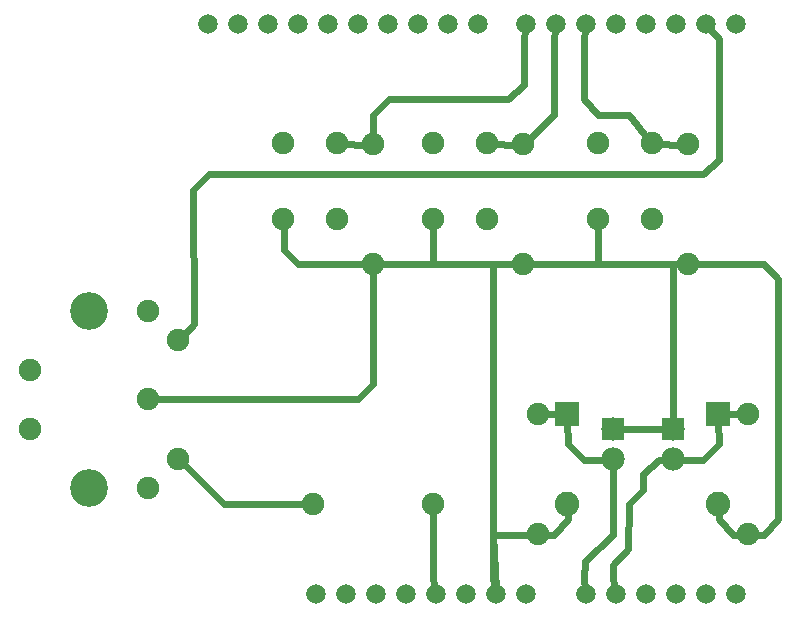
<source format=gbl>
G04 MADE WITH FRITZING*
G04 WWW.FRITZING.ORG*
G04 DOUBLE SIDED*
G04 HOLES PLATED*
G04 CONTOUR ON CENTER OF CONTOUR VECTOR*
%FSLAX26Y26*%
%MOIN*%
%ADD10C,0.065278*%
%ADD11C,0.078000*%
%ADD12C,0.075000*%
%ADD13C,0.082000*%
%ADD14C,0.126000*%
%ADD15R,0.078000X0.078000*%
%ADD16R,0.082000X0.082000*%
%ADD17C,0.024000*%
G04 COPPER0*
%FSLAX26Y26*%
%MOIN*%
D10*
X2108180Y104040D03*
X2208160Y104040D03*
X2308200Y104040D03*
X2408190Y104040D03*
X2508190Y104040D03*
X1648160Y2004040D03*
X1548190Y2004040D03*
X1448180Y2004040D03*
X1348180Y2004040D03*
X1248180Y2004040D03*
X1148180Y2004040D03*
X1048180Y2004040D03*
X948173Y2004040D03*
X848173Y2004040D03*
X748159Y2004040D03*
X2508190Y2004040D03*
X2408190Y2004040D03*
X2308200Y2004040D03*
X2208160Y2004040D03*
X2108180Y2004040D03*
X2008190Y2004040D03*
X1908190Y2004040D03*
X1808180Y2004040D03*
X1208180Y104040D03*
X1108180Y104040D03*
X1308180Y104040D03*
X1408190Y104040D03*
X1508190Y104040D03*
X1608180Y104040D03*
X1708160Y104040D03*
X1808180Y104040D03*
X2008190Y104040D03*
D11*
X2098170Y654040D03*
X2098170Y554040D03*
X2298170Y654040D03*
X2298170Y554040D03*
D12*
X2348170Y1604040D03*
X2348170Y1204040D03*
X1798170Y1604040D03*
X1798170Y1204040D03*
X1298170Y1604040D03*
X1298170Y1204040D03*
X1848170Y704040D03*
X1848170Y304040D03*
X2548170Y704040D03*
X2548170Y304040D03*
D13*
X1942800Y704200D03*
X1942800Y406200D03*
X2448170Y704040D03*
X2448170Y406040D03*
D12*
X1175340Y1609952D03*
X1175340Y1354042D03*
X998168Y1609952D03*
X998168Y1354042D03*
X1675340Y1609952D03*
X1675340Y1354042D03*
X1498170Y1609952D03*
X1498170Y1354042D03*
X2225340Y1609952D03*
X2225340Y1354042D03*
X2048170Y1609952D03*
X2048170Y1354042D03*
X548173Y1049320D03*
X646593Y950890D03*
X548173Y754050D03*
X646593Y557200D03*
X548173Y458780D03*
X154473Y852470D03*
D14*
X351323Y458780D03*
X351323Y1049320D03*
D12*
X154473Y655620D03*
X1098170Y404040D03*
X1498170Y404040D03*
D15*
X2098170Y654040D03*
X2298170Y654040D03*
D16*
X1942800Y705200D03*
X2448170Y705040D03*
D17*
X1899020Y1954040D02*
X1899020Y1703534D01*
D02*
X1899020Y1703534D02*
X1810630Y1616331D01*
D02*
X1904550Y1984232D02*
X1899010Y1954040D01*
D02*
X748851Y1504207D02*
X2397340Y1504207D01*
D02*
X2397330Y1504207D02*
X2448510Y1552692D01*
D02*
X2448510Y1954042D02*
X2420830Y1988363D01*
D02*
X2448510Y1552696D02*
X2448510Y1954042D01*
D02*
X698551Y1005230D02*
X697671Y1453031D01*
D02*
X697673Y1453029D02*
X748851Y1504207D01*
D02*
X658690Y963540D02*
X698553Y1005230D01*
D02*
X1247160Y1603873D02*
X1280670Y1603984D01*
D02*
X1192780Y1608475D02*
X1247160Y1603872D01*
D02*
X1799350Y1803198D02*
X1799350Y1954040D01*
D02*
X1748170Y1754713D02*
X1799350Y1803198D01*
D02*
X1349520Y1754713D02*
X1748170Y1754713D01*
D02*
X1298340Y1703534D02*
X1349520Y1754713D01*
D02*
X1799350Y1954040D02*
X1804670Y1984208D01*
D02*
X1298200Y1621540D02*
X1298340Y1703534D01*
D02*
X1748170Y1603873D02*
X1780670Y1603982D01*
D02*
X1692780Y1608496D02*
X1748170Y1603872D01*
D02*
X2297670Y1603873D02*
X2242780Y1608488D01*
D02*
X2330670Y1603982D02*
X2297670Y1603872D01*
D02*
X798762Y404000D02*
X658926Y544780D01*
D02*
X1080670Y404040D02*
X798762Y404000D01*
D02*
X1297400Y804820D02*
X1298140Y1186538D01*
D02*
X1247300Y754720D02*
X1297400Y804820D01*
D02*
X565673Y754060D02*
X1247300Y754710D01*
D02*
X1497670Y154720D02*
X1504100Y123760D01*
D02*
X1498140Y386540D02*
X1497670Y154720D01*
D02*
X999351Y1253707D02*
X998378Y1336545D01*
D02*
X1047840Y1205218D02*
X999355Y1253703D01*
D02*
X1280670Y1204122D02*
X1047840Y1205218D01*
D02*
X1497670Y1205218D02*
X1315680Y1204142D01*
D02*
X1498110Y1336540D02*
X1497670Y1205219D01*
D02*
X1780670Y1204040D02*
X1315670Y1204040D01*
D02*
X2047160Y1205218D02*
X1815670Y1204122D01*
D02*
X2048050Y1336540D02*
X2047160Y1205219D01*
D02*
X2330670Y1204040D02*
X1815670Y1204040D01*
D02*
X1998670Y553360D02*
X2079170Y553910D01*
D02*
X1947500Y604540D02*
X1998670Y553360D01*
D02*
X1943780Y683220D02*
X1947500Y604540D01*
D02*
X1921800Y704160D02*
X1865670Y704070D01*
D02*
X1947500Y354040D02*
X1899010Y302860D01*
D02*
X1899020Y302860D02*
X1847840Y302860D01*
D02*
X1847840Y302860D02*
X1847840Y302860D01*
D02*
X1944680Y385280D02*
X1947500Y354040D01*
D02*
X1697000Y302860D02*
X1707030Y124150D01*
D02*
X1830670Y303900D02*
X1697000Y302860D01*
D02*
X1697000Y1205229D02*
X1780670Y1204250D01*
D02*
X1697000Y154720D02*
X1697000Y1205223D01*
D02*
X1703830Y123710D02*
X1697000Y154720D01*
D02*
X2117170Y654040D02*
X2279170Y654040D01*
D02*
X2298170Y1204040D02*
X2330670Y1204040D01*
D02*
X2298170Y673040D02*
X2298170Y1204040D01*
D02*
X2497000Y302860D02*
X2530680Y303640D01*
D02*
X2448510Y354040D02*
X2496990Y302860D01*
D02*
X2448310Y385040D02*
X2448510Y354040D01*
D02*
X2647840Y354040D02*
X2647840Y1154040D01*
D02*
X2647840Y1154040D02*
X2599360Y1205218D01*
D02*
X2599350Y302860D02*
X2647840Y354040D01*
D02*
X2599350Y1205218D02*
X2365670Y1204121D01*
D02*
X2565670Y303640D02*
X2599350Y302860D01*
D02*
X1998670Y154720D02*
X2004470Y123840D01*
D02*
X2003770Y215410D02*
X1998680Y154710D01*
D02*
X2098340Y302860D02*
X2003770Y215410D01*
D02*
X2098190Y535040D02*
X2098340Y302860D01*
D02*
X2249180Y553370D02*
X2279170Y553780D01*
D02*
X2198010Y504880D02*
X2249190Y553370D01*
D02*
X2198010Y453710D02*
X2198010Y504890D01*
D02*
X2146830Y254370D02*
X2149520Y405220D01*
D02*
X2149520Y405220D02*
X2198000Y453700D01*
D02*
X2098340Y203200D02*
X2146820Y254370D01*
D02*
X2098340Y154720D02*
X2098340Y203200D01*
D02*
X2104340Y123810D02*
X2098340Y154720D01*
D02*
X2149520Y1703534D02*
X2214320Y1623550D01*
D02*
X2047160Y1703534D02*
X2149520Y1703534D01*
D02*
X1998670Y1754713D02*
X2047160Y1703535D01*
D02*
X1998670Y1954040D02*
X1998670Y1754713D01*
D02*
X2004420Y1984256D02*
X1998670Y1954040D01*
D02*
X2469170Y704040D02*
X2530670Y704040D01*
D02*
X2448510Y604540D02*
X2397330Y553360D01*
D02*
X2397330Y553360D02*
X2317170Y553910D01*
D02*
X2448240Y683040D02*
X2448510Y604540D01*
G04 End of Copper0*
M02*
</source>
